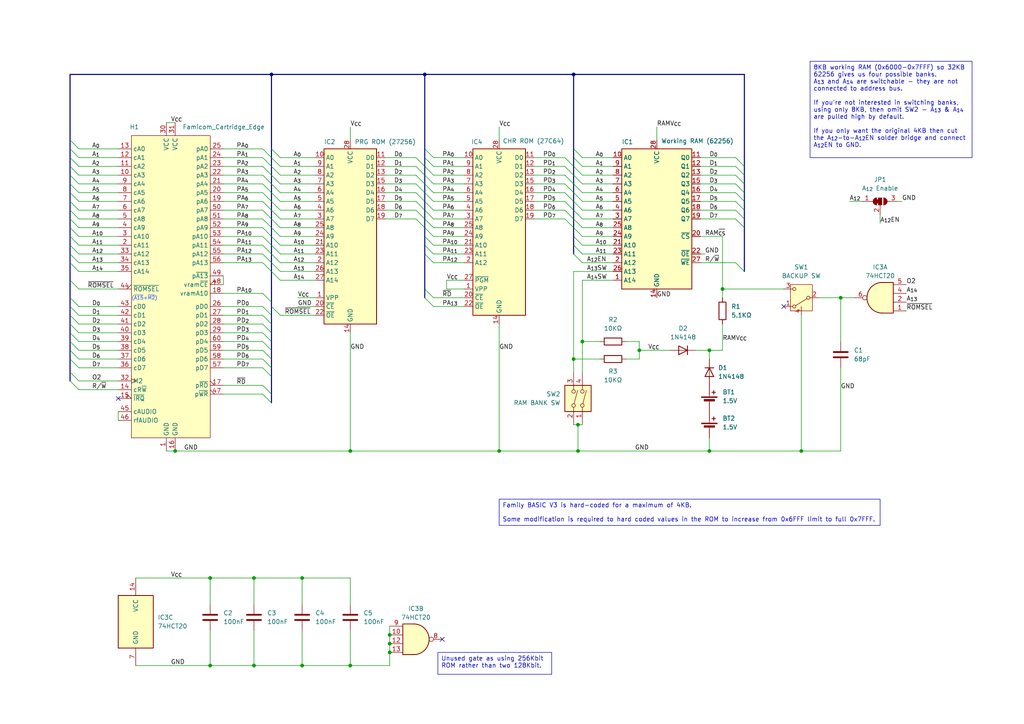
<source format=kicad_sch>
(kicad_sch (version 20250114) (generator "eeschema") (generator_version "9.0")
  (paper "A4")
  (title_block (title "Nintendo Famicom Family BASIC 8KB") (date "27/DEC/2025") (rev "A") (company "Brett Hallen"))
  (lib_symbols
    (symbol "74xx:74LS20" (pin_names (offset 1.016))
      (property "Reference" "U" (at 0 1.27 0))
      (property "Value" "74LS20" (at 0 -1.27 0))
      (symbol "74LS20_1_1"
        (pin input line (at -7.62 3.81 0) (length 3.81) (name "~") (number "1"))
        (pin input line (at -7.62 1.27 0) (length 3.81) (name "~") (number "2"))
        (pin input line (at -7.62 -1.27 0) (length 3.81) (name "~") (number "4"))
        (pin input line (at -7.62 -3.81 0) (length 3.81) (name "~") (number "5"))
        (pin output inverted (at 7.62 0 180) (length 3.81) (name "~") (number "6"))
      )
      (symbol "74LS20_1_2"
        (pin input inverted (at -7.62 3.81 0) (length 3.81) (name "~") (number "1"))
        (pin input inverted (at -7.62 1.27 0) (length 4.826) (name "~") (number "2"))
        (pin input inverted (at -7.62 -1.27 0) (length 4.826) (name "~") (number "4"))
        (pin input inverted (at -7.62 -3.81 0) (length 3.81) (name "~") (number "5"))
        (pin output line (at 7.62 0 180) (length 3.81) (name "~") (number "6"))
      )
      (symbol "74LS20_2_1"
        (pin input line (at -7.62 3.81 0) (length 3.81) (name "~") (number "9"))
        (pin input line (at -7.62 1.27 0) (length 3.81) (name "~") (number "10"))
        (pin input line (at -7.62 -1.27 0) (length 3.81) (name "~") (number "12"))
        (pin input line (at -7.62 -3.81 0) (length 3.81) (name "~") (number "13"))
        (pin output inverted (at 7.62 0 180) (length 3.81) (name "~") (number "8"))
      )
      (symbol "74LS20_2_2"
        (pin input inverted (at -7.62 3.81 0) (length 3.81) (name "~") (number "9"))
        (pin input inverted (at -7.62 1.27 0) (length 4.826) (name "~") (number "10"))
        (pin input inverted (at -7.62 -1.27 0) (length 4.826) (name "~") (number "12"))
        (pin input inverted (at -7.62 -3.81 0) (length 3.81) (name "~") (number "13"))
        (pin output line (at 7.62 0 180) (length 3.81) (name "~") (number "8"))
      )
      (symbol "74LS20_3_0"
        (pin power_in line (at 0 12.7 270) (length 5.08) (name "VCC") (number "14"))
        (pin power_in line (at 0 -12.7 90) (length 5.08) (name "GND") (number "7"))
      )
    )
    (symbol "Clueless_Engineer:Famicom_Cartridge_Edge"
      (property "Reference" "H1" (at 19.9233 96.52 0))
      (property "Value" "Famicom_Cartridge_Edge" (at 19.9233 93.98 0))
      (symbol "Famicom_Cartridge_Edge_1_1"
        (text "(~{A15}+~{M2})" (at 8.89 44.45 0) (effects (font (size 1 1))))
        (pin output line (at 1.27 87.63 0) (length 3.81) (name "cA0") (number "13"))
        (pin output line (at 1.27 85.09 0) (length 3.81) (name "cA1") (number "12"))
        (pin output line (at 1.27 82.55 0) (length 3.81) (name "cA2") (number "11"))
        (pin output line (at 1.27 80.01 0) (length 3.81) (name "cA3") (number "10"))
        (pin output line (at 1.27 77.47 0) (length 3.81) (name "cA4") (number "9"))
        (pin output line (at 1.27 74.93 0) (length 3.81) (name "cA5") (number "8"))
        (pin output line (at 1.27 72.39 0) (length 3.81) (name "cA6") (number "7"))
        (pin output line (at 1.27 69.85 0) (length 3.81) (name "cA7") (number "6"))
        (pin output line (at 1.27 67.31 0) (length 3.81) (name "cA8") (number "5"))
        (pin output line (at 1.27 64.77 0) (length 3.81) (name "cA9") (number "4"))
        (pin output line (at 1.27 62.23 0) (length 3.81) (name "cA10") (number "3"))
        (pin output line (at 1.27 59.69 0) (length 3.81) (name "cA11") (number "2"))
        (pin output line (at 1.27 57.15 0) (length 3.81) (name "cA12") (number "33"))
        (pin output line (at 1.27 54.61 0) (length 3.81) (name "cA13") (number "34"))
        (pin output line (at 1.27 52.07 0) (length 3.81) (name "cA14") (number "35"))
        (pin output output_low (at 1.27 46.99 0) (length 3.81) (name "~{ROMSEL}") (number "44"))
        (pin bidirectional line (at 1.27 41.91 0) (length 3.81) (name "cD0") (number "43"))
        (pin bidirectional line (at 1.27 39.37 0) (length 3.81) (name "cD1") (number "42"))
        (pin bidirectional line (at 1.27 36.83 0) (length 3.81) (name "cD2") (number "41"))
        (pin bidirectional line (at 1.27 34.29 0) (length 3.81) (name "cD3") (number "40"))
        (pin bidirectional line (at 1.27 31.75 0) (length 3.81) (name "cD4") (number "39"))
        (pin bidirectional line (at 1.27 29.21 0) (length 3.81) (name "cD5") (number "38"))
        (pin bidirectional line (at 1.27 26.67 0) (length 3.81) (name "cD6") (number "37"))
        (pin bidirectional line (at 1.27 24.13 0) (length 3.81) (name "cD7") (number "36"))
        (pin output clock (at 1.27 20.32 0) (length 3.81) (name "M2") (number "32"))
        (pin output line (at 1.27 17.78 0) (length 3.81) (name "cR~{W}") (number "14"))
        (pin input input_low (at 1.27 15.24 0) (length 3.81) (name "~{IRQ}") (number "15"))
        (pin output line (at 1.27 11.43 0) (length 3.81) (name "cAUDIO") (number "45"))
        (pin input line (at 1.27 8.89 0) (length 3.81) (name "rfAUDIO") (number "46"))
        (pin power_out line (at 15.24 95.25 270) (length 3.81) (name "VCC") (number "30"))
        (pin power_out line (at 15.24 0 90) (length 3.81) (name "GND") (number "1"))
        (pin passive line (at 17.78 95.25 270) (length 3.81) (name "VCC") (number "31"))
        (pin passive line (at 17.78 0 90) (length 3.81) (name "GND") (number "16"))
        (pin output line (at 31.75 87.63 180) (length 3.81) (name "pA0") (number "25"))
        (pin output line (at 31.75 85.09 180) (length 3.81) (name "pA1") (number "24"))
        (pin output line (at 31.75 82.55 180) (length 3.81) (name "pA2") (number "23"))
        (pin output line (at 31.75 80.01 180) (length 3.81) (name "pA3") (number "22"))
        (pin output line (at 31.75 77.47 180) (length 3.81) (name "pA4") (number "21"))
        (pin output line (at 31.75 74.93 180) (length 3.81) (name "pA5") (number "20"))
        (pin output line (at 31.75 72.39 180) (length 3.81) (name "pA6") (number "19"))
        (pin output line (at 31.75 69.85 180) (length 3.81) (name "pA7") (number "50"))
        (pin output line (at 31.75 67.31 180) (length 3.81) (name "pA8") (number "51"))
        (pin output line (at 31.75 64.77 180) (length 3.81) (name "pA9") (number "52"))
        (pin output line (at 31.75 62.23 180) (length 3.81) (name "pA10") (number "53"))
        (pin output line (at 31.75 59.69 180) (length 3.81) (name "pA11") (number "54"))
        (pin output line (at 31.75 57.15 180) (length 3.81) (name "pA12") (number "55"))
        (pin output line (at 31.75 54.61 180) (length 3.81) (name "pA13") (number "56"))
        (pin output line (at 31.75 50.8 180) (length 3.81) (name "p~{A13}") (number "49"))
        (pin input input_low (at 31.75 48.26 180) (length 3.81) (name "vram~{CE}") (number "48"))
        (pin input line (at 31.75 45.72 180) (length 3.81) (name "vramA10") (number "18"))
        (pin bidirectional line (at 31.75 41.91 180) (length 3.81) (name "pD0") (number "26"))
        (pin bidirectional line (at 31.75 39.37 180) (length 3.81) (name "pD1") (number "27"))
        (pin bidirectional line (at 31.75 36.83 180) (length 3.81) (name "pD2") (number "28"))
        (pin bidirectional line (at 31.75 34.29 180) (length 3.81) (name "pD3") (number "29"))
        (pin bidirectional line (at 31.75 31.75 180) (length 3.81) (name "pD4") (number "60"))
        (pin bidirectional line (at 31.75 29.21 180) (length 3.81) (name "pD5") (number "59"))
        (pin bidirectional line (at 31.75 26.67 180) (length 3.81) (name "pD6") (number "58"))
        (pin bidirectional line (at 31.75 24.13 180) (length 3.81) (name "pD7") (number "57"))
        (pin output output_low (at 31.75 19.05 180) (length 3.81) (name "p~{RD}") (number "17"))
        (pin output output_low (at 31.75 16.51 180) (length 3.81) (name "p~{WR}") (number "47"))
      )
    )
    (symbol "Device:Battery_Cell" (pin_numbers (hide yes)) (pin_names (offset 0) (hide yes))
      (property "Reference" "BT" (at 2.54 2.54 0))
      (property "Value" "Battery_Cell" (at 2.54 0 0))
      (symbol "Battery_Cell_1_1"
        (pin passive line (at 0 5.08 270) (length 2.54) (name "+") (number "1"))
        (pin passive line (at 0 -2.54 90) (length 2.54) (name "-") (number "2"))
      )
    )
    (symbol "Device:C" (pin_numbers (hide yes)) (pin_names (offset 0.254))
      (property "Reference" "C" (at 0.635 2.54 0))
      (property "Value" "C" (at 0.635 -2.54 0))
      (symbol "C_1_1"
        (pin passive line (at 0 3.81 270) (length 2.794) (name "~") (number "1"))
        (pin passive line (at 0 -3.81 90) (length 2.794) (name "~") (number "2"))
      )
    )
    (symbol "Device:D" (pin_numbers (hide yes)) (pin_names (offset 1.016) (hide yes))
      (property "Reference" "D" (at 0 2.54 0))
      (property "Value" "D" (at 0 -2.54 0))
      (symbol "D_1_1"
        (pin passive line (at -3.81 0 0) (length 2.54) (name "K") (number "1"))
        (pin passive line (at 3.81 0 180) (length 2.54) (name "A") (number "2"))
      )
    )
    (symbol "Device:R" (pin_numbers (hide yes)) (pin_names (offset 0))
      (property "Reference" "R" (at 2.032 0 90))
      (property "Value" "R" (at 0 0 90))
      (symbol "R_1_1"
        (pin passive line (at 0 3.81 270) (length 1.27) (name "~") (number "1"))
        (pin passive line (at 0 -3.81 90) (length 1.27) (name "~") (number "2"))
      )
    )
    (symbol "Jumper:SolderJumper_3_Bridged12" (pin_names (offset 0) (hide yes)) (in_bom no)
      (property "Reference" "JP" (at -2.54 -2.54 0))
      (property "Value" "SolderJumper_3_Bridged12" (at 0 2.794 0))
      (symbol "SolderJumper_3_Bridged12_1_1"
        (pin passive line (at -5.08 0 0) (length 2.54) (name "A") (number "1"))
        (pin passive line (at 0 -3.81 90) (length 2.54) (name "C") (number "2"))
        (pin passive line (at 5.08 0 180) (length 2.54) (name "B") (number "3"))
      )
    )
    (symbol "Memory_EPROM:27C256"
      (property "Reference" "U" (at -7.62 26.67 0))
      (property "Value" "27C256" (at 2.54 -26.67 0))
      (symbol "27C256_1_1"
        (pin input line (at -10.16 22.86 0) (length 2.54) (name "A0") (number "10"))
        (pin input line (at -10.16 20.32 0) (length 2.54) (name "A1") (number "9"))
        (pin input line (at -10.16 17.78 0) (length 2.54) (name "A2") (number "8"))
        (pin input line (at -10.16 15.24 0) (length 2.54) (name "A3") (number "7"))
        (pin input line (at -10.16 12.7 0) (length 2.54) (name "A4") (number "6"))
        (pin input line (at -10.16 10.16 0) (length 2.54) (name "A5") (number "5"))
        (pin input line (at -10.16 7.62 0) (length 2.54) (name "A6") (number "4"))
        (pin input line (at -10.16 5.08 0) (length 2.54) (name "A7") (number "3"))
        (pin input line (at -10.16 2.54 0) (length 2.54) (name "A8") (number "25"))
        (pin input line (at -10.16 0 0) (length 2.54) (name "A9") (number "24"))
        (pin input line (at -10.16 -2.54 0) (length 2.54) (name "A10") (number "21"))
        (pin input line (at -10.16 -5.08 0) (length 2.54) (name "A11") (number "23"))
        (pin input line (at -10.16 -7.62 0) (length 2.54) (name "A12") (number "2"))
        (pin input line (at -10.16 -10.16 0) (length 2.54) (name "A13") (number "26"))
        (pin input line (at -10.16 -12.7 0) (length 2.54) (name "A14") (number "27"))
        (pin input line (at -10.16 -17.78 0) (length 2.54) (name "VPP") (number "1"))
        (pin input line (at -10.16 -20.32 0) (length 2.54) (name "~{CE}") (number "20"))
        (pin input line (at -10.16 -22.86 0) (length 2.54) (name "~{OE}") (number "22"))
        (pin power_in line (at 0 27.94 270) (length 2.54) (name "VCC") (number "28"))
        (pin power_in line (at 0 -27.94 90) (length 2.54) (name "GND") (number "14"))
        (pin tri_state line (at 10.16 22.86 180) (length 2.54) (name "D0") (number "11"))
        (pin tri_state line (at 10.16 20.32 180) (length 2.54) (name "D1") (number "12"))
        (pin tri_state line (at 10.16 17.78 180) (length 2.54) (name "D2") (number "13"))
        (pin tri_state line (at 10.16 15.24 180) (length 2.54) (name "D3") (number "15"))
        (pin tri_state line (at 10.16 12.7 180) (length 2.54) (name "D4") (number "16"))
        (pin tri_state line (at 10.16 10.16 180) (length 2.54) (name "D5") (number "17"))
        (pin tri_state line (at 10.16 7.62 180) (length 2.54) (name "D6") (number "18"))
        (pin tri_state line (at 10.16 5.08 180) (length 2.54) (name "D7") (number "19"))
      )
    )
    (symbol "Memory_EPROM:27C64"
      (property "Reference" "U" (at -7.62 24.13 0))
      (property "Value" "27C64" (at 2.54 -26.67 0))
      (symbol "27C64_1_1"
        (pin input line (at -10.16 20.32 0) (length 2.54) (name "A0") (number "10"))
        (pin input line (at -10.16 17.78 0) (length 2.54) (name "A1") (number "9"))
        (pin input line (at -10.16 15.24 0) (length 2.54) (name "A2") (number "8"))
        (pin input line (at -10.16 12.7 0) (length 2.54) (name "A3") (number "7"))
        (pin input line (at -10.16 10.16 0) (length 2.54) (name "A4") (number "6"))
        (pin input line (at -10.16 7.62 0) (length 2.54) (name "A5") (number "5"))
        (pin input line (at -10.16 5.08 0) (length 2.54) (name "A6") (number "4"))
        (pin input line (at -10.16 2.54 0) (length 2.54) (name "A7") (number "3"))
        (pin input line (at -10.16 0 0) (length 2.54) (name "A8") (number "25"))
        (pin input line (at -10.16 -2.54 0) (length 2.54) (name "A9") (number "24"))
        (pin input line (at -10.16 -5.08 0) (length 2.54) (name "A10") (number "21"))
        (pin input line (at -10.16 -7.62 0) (length 2.54) (name "A11") (number "23"))
        (pin input line (at -10.16 -10.16 0) (length 2.54) (name "A12") (number "2"))
        (pin input line (at -10.16 -15.24 0) (length 2.54) (name "~{PGM}") (number "27"))
        (pin input line (at -10.16 -17.78 0) (length 2.54) (name "VPP") (number "1"))
        (pin input line (at -10.16 -20.32 0) (length 2.54) (name "~{CE}") (number "20"))
        (pin input line (at -10.16 -22.86 0) (length 2.54) (name "~{OE}") (number "22"))
        (pin power_in line (at 0 25.4 270) (length 2.54) (name "VCC") (number "28"))
        (pin power_in line (at 0 -27.94 90) (length 2.54) (name "GND") (number "14"))
        (pin no_connect line (at 7.62 0 180) (length 2.54) (hide yes) (name "NC") (number "26"))
        (pin tri_state line (at 10.16 20.32 180) (length 2.54) (name "D0") (number "11"))
        (pin tri_state line (at 10.16 17.78 180) (length 2.54) (name "D1") (number "12"))
        (pin tri_state line (at 10.16 15.24 180) (length 2.54) (name "D2") (number "13"))
        (pin tri_state line (at 10.16 12.7 180) (length 2.54) (name "D3") (number "15"))
        (pin tri_state line (at 10.16 10.16 180) (length 2.54) (name "D4") (number "16"))
        (pin tri_state line (at 10.16 7.62 180) (length 2.54) (name "D5") (number "17"))
        (pin tri_state line (at 10.16 5.08 180) (length 2.54) (name "D6") (number "18"))
        (pin tri_state line (at 10.16 2.54 180) (length 2.54) (name "D7") (number "19"))
      )
    )
    (symbol "Memory_RAM:HM62256BLP"
      (property "Reference" "U" (at -10.16 20.955 0))
      (property "Value" "HM62256BLP" (at 2.54 20.955 0))
      (symbol "HM62256BLP_0_0"
        (pin power_in line (at 0 22.86 270) (length 2.54) (name "VCC") (number "28"))
        (pin power_in line (at 0 -22.86 90) (length 2.54) (name "GND") (number "14"))
      )
      (symbol "HM62256BLP_1_1"
        (pin input line (at -12.7 17.78 0) (length 2.54) (name "A0") (number "10"))
        (pin input line (at -12.7 15.24 0) (length 2.54) (name "A1") (number "9"))
        (pin input line (at -12.7 12.7 0) (length 2.54) (name "A2") (number "8"))
        (pin input line (at -12.7 10.16 0) (length 2.54) (name "A3") (number "7"))
        (pin input line (at -12.7 7.62 0) (length 2.54) (name "A4") (number "6"))
        (pin input line (at -12.7 5.08 0) (length 2.54) (name "A5") (number "5"))
        (pin input line (at -12.7 2.54 0) (length 2.54) (name "A6") (number "4"))
        (pin input line (at -12.7 0 0) (length 2.54) (name "A7") (number "3"))
        (pin input line (at -12.7 -2.54 0) (length 2.54) (name "A8") (number "25"))
        (pin input line (at -12.7 -5.08 0) (length 2.54) (name "A9") (number "24"))
        (pin input line (at -12.7 -7.62 0) (length 2.54) (name "A10") (number "21"))
        (pin input line (at -12.7 -10.16 0) (length 2.54) (name "A11") (number "23"))
        (pin input line (at -12.7 -12.7 0) (length 2.54) (name "A12") (number "2"))
        (pin input line (at -12.7 -15.24 0) (length 2.54) (name "A13") (number "26"))
        (pin input line (at -12.7 -17.78 0) (length 2.54) (name "A14") (number "1"))
        (pin tri_state line (at 12.7 17.78 180) (length 2.54) (name "Q0") (number "11"))
        (pin tri_state line (at 12.7 15.24 180) (length 2.54) (name "Q1") (number "12"))
        (pin tri_state line (at 12.7 12.7 180) (length 2.54) (name "Q2") (number "13"))
        (pin tri_state line (at 12.7 10.16 180) (length 2.54) (name "Q3") (number "15"))
        (pin tri_state line (at 12.7 7.62 180) (length 2.54) (name "Q4") (number "16"))
        (pin tri_state line (at 12.7 5.08 180) (length 2.54) (name "Q5") (number "17"))
        (pin tri_state line (at 12.7 2.54 180) (length 2.54) (name "Q6") (number "18"))
        (pin tri_state line (at 12.7 0 180) (length 2.54) (name "Q7") (number "19"))
        (pin input line (at 12.7 -5.08 180) (length 2.54) (name "~{CS}") (number "20"))
        (pin input line (at 12.7 -10.16 180) (length 2.54) (name "~{OE}") (number "22"))
        (pin input line (at 12.7 -12.7 180) (length 2.54) (name "~{WE}") (number "27"))
      )
    )
    (symbol "Switch:SW_DIP_x02" (pin_names (offset 0) (hide yes))
      (property "Reference" "SW" (at 0 6.35 0))
      (property "Value" "SW_DIP_x02" (at 0 -3.81 0))
      (symbol "SW_DIP_x02_1_1"
        (pin passive line (at -7.62 2.54 0) (length 5.08) (name "~") (number "1"))
        (pin passive line (at -7.62 0 0) (length 5.08) (name "~") (number "2"))
        (pin passive line (at 7.62 2.54 180) (length 5.08) (name "~") (number "4"))
        (pin passive line (at 7.62 0 180) (length 5.08) (name "~") (number "3"))
      )
    )
    (symbol "Switch:SW_SPDT" (pin_names (offset 0) (hide yes))
      (property "Reference" "SW1" (at 0 -8.89 0))
      (property "Value" "BACKUP SW" (at 0 -6.35 0))
      (symbol "SW_SPDT_1_1"
        (pin passive line (at -5.08 0 0) (length 2.54) (name "B") (number "2"))
        (pin input line (at 0 5.08 270) (length 2.54) (name "GND") (number "4"))
        (pin passive line (at 5.08 2.54 180) (length 2.54) (name "A") (number "1"))
        (pin passive line (at 5.08 -2.54 180) (length 2.54) (name "C") (number "3"))
      )
    )
  )
  (text_box "Unused gate as using 256Kbit ROM rather than two 128Kbit." (at 127 189.23 0) (size 33.02 6.35) (margins 0.9525 0.9525 0.9525 0.9525) (effects (font (size 1.27 1.27)) (justify left top)))
  (text_box "8KB working RAM (0x6000-0x7FFF) so 32KB 62256 gives us four possible banks.\nA_{13} and A_{14} are switchable - they are not connected to address bus.\n\nIf you're not interested in switching banks, using only 8KB, then omit SW2 - A_{13} & A_{14} are pulled high by default.\n\nIf you only want the original 4KB then cut the A_{12}-to-A_{12}EN solder bridge and connect A_{12}EN to GND." (at 234.95 17.78 0) (size 46.99 27.94) (margins 0.9525 0.9525 0.9525 0.9525) (effects (font (size 1.27 1.27)) (justify left top)))
  (text_box "Family BASIC V3 is hard-coded for a maximum of 4KB.\n\nSome modification is required to hard coded values in the ROM to increase from 0x6FFF limit to full 0x7FFF." (at 144.78 144.78 0) (size 110.49 7.62) (margins 0.9525 0.9525 0.9525 0.9525) (effects (font (size 1.27 1.27)) (justify left top)))
  (junction (at 60.96 193.04))
  (junction (at 78.74 21.59))
  (junction (at 50.8 130.81))
  (junction (at 113.03 189.23))
  (junction (at 243.84 86.36))
  (junction (at 166.37 104.14))
  (junction (at 205.74 101.6))
  (junction (at 73.66 167.64))
  (junction (at 101.6 193.04))
  (junction (at 87.63 193.04))
  (junction (at 232.41 130.81))
  (junction (at 73.66 193.04))
  (junction (at 113.03 186.69))
  (junction (at 167.64 130.81))
  (junction (at 166.37 21.59))
  (junction (at 168.91 99.06))
  (junction (at 205.74 130.81))
  (junction (at 101.6 130.81))
  (junction (at 185.42 101.6))
  (junction (at 209.55 83.82))
  (junction (at 123.19 21.59))
  (junction (at 144.78 130.81))
  (junction (at 87.63 167.64))
  (junction (at 113.03 184.15))
  (junction (at 167.64 123.19))
  (junction (at 60.96 167.64))
  (no_connect (at 128.27 185.42))
  (no_connect (at 227.33 88.9))
  (no_connect (at 34.29 115.57))
  (bus_entry (at 78.74 53.34) (size 2.54 2.54))
  (bus_entry (at 20.32 96.52) (size 2.54 2.54))
  (bus_entry (at 123.19 58.42) (size 2.54 2.54))
  (bus_entry (at 76.2 101.6) (size 2.54 2.54))
  (bus_entry (at 120.65 55.88) (size 2.54 2.54))
  (bus_entry (at 20.32 73.66) (size 2.54 2.54))
  (bus_entry (at 20.32 81.28) (size 2.54 2.54))
  (bus_entry (at 78.74 60.96) (size 2.54 2.54))
  (bus_entry (at 213.36 76.2) (size 2.54 2.54))
  (bus_entry (at 76.2 66.04) (size 2.54 2.54))
  (bus_entry (at 76.2 63.5) (size 2.54 2.54))
  (bus_entry (at 163.83 53.34) (size 2.54 2.54))
  (bus_entry (at 76.2 60.96) (size 2.54 2.54))
  (bus_entry (at 20.32 48.26) (size 2.54 2.54))
  (bus_entry (at 78.74 78.74) (size 2.54 2.54))
  (bus_entry (at 20.32 53.34) (size 2.54 2.54))
  (bus_entry (at 166.37 48.26) (size 2.54 2.54))
  (bus_entry (at 213.36 45.72) (size 2.54 2.54))
  (bus_entry (at 78.74 66.04) (size 2.54 2.54))
  (bus_entry (at 123.19 45.72) (size 2.54 2.54))
  (bus_entry (at 213.36 50.8) (size 2.54 2.54))
  (bus_entry (at 166.37 50.8) (size 2.54 2.54))
  (bus_entry (at 20.32 76.2) (size 2.54 2.54))
  (bus_entry (at 76.2 71.12) (size 2.54 2.54))
  (bus_entry (at 120.65 63.5) (size 2.54 2.54))
  (bus_entry (at 78.74 45.72) (size 2.54 2.54))
  (bus_entry (at 20.32 58.42) (size 2.54 2.54))
  (bus_entry (at 123.19 73.66) (size 2.54 2.54))
  (bus_entry (at 120.65 58.42) (size 2.54 2.54))
  (bus_entry (at 166.37 60.96) (size 2.54 2.54))
  (bus_entry (at 163.83 55.88) (size 2.54 2.54))
  (bus_entry (at 78.74 71.12) (size 2.54 2.54))
  (bus_entry (at 120.65 45.72) (size 2.54 2.54))
  (bus_entry (at 120.65 60.96) (size 2.54 2.54))
  (bus_entry (at 20.32 99.06) (size 2.54 2.54))
  (bus_entry (at 76.2 99.06) (size 2.54 2.54))
  (bus_entry (at 76.2 73.66) (size 2.54 2.54))
  (bus_entry (at 123.19 48.26) (size 2.54 2.54))
  (bus_entry (at 123.19 53.34) (size 2.54 2.54))
  (bus_entry (at 213.36 60.96) (size 2.54 2.54))
  (bus_entry (at 76.2 50.8) (size 2.54 2.54))
  (bus_entry (at 120.65 53.34) (size 2.54 2.54))
  (bus_entry (at 213.36 55.88) (size 2.54 2.54))
  (bus_entry (at 20.32 63.5) (size 2.54 2.54))
  (bus_entry (at 76.2 106.68) (size 2.54 2.54))
  (bus_entry (at 166.37 71.12) (size 2.54 2.54))
  (bus_entry (at 20.32 71.12) (size 2.54 2.54))
  (bus_entry (at 123.19 66.04) (size 2.54 2.54))
  (bus_entry (at 120.65 48.26) (size 2.54 2.54))
  (bus_entry (at 76.2 53.34) (size 2.54 2.54))
  (bus_entry (at 123.19 50.8) (size 2.54 2.54))
  (bus_entry (at 20.32 60.96) (size 2.54 2.54))
  (bus_entry (at 123.19 86.36) (size 2.54 2.54))
  (bus_entry (at 76.2 114.3) (size 2.54 2.54))
  (bus_entry (at 20.32 40.64) (size 2.54 2.54))
  (bus_entry (at 166.37 73.66) (size 2.54 2.54))
  (bus_entry (at 78.74 63.5) (size 2.54 2.54))
  (bus_entry (at 166.37 45.72) (size 2.54 2.54))
  (bus_entry (at 213.36 48.26) (size 2.54 2.54))
  (bus_entry (at 166.37 66.04) (size 2.54 2.54))
  (bus_entry (at 166.37 68.58) (size 2.54 2.54))
  (bus_entry (at 123.19 63.5) (size 2.54 2.54))
  (bus_entry (at 166.37 53.34) (size 2.54 2.54))
  (bus_entry (at 76.2 76.2) (size 2.54 2.54))
  (bus_entry (at 163.83 58.42) (size 2.54 2.54))
  (bus_entry (at 76.2 85.09) (size 2.54 2.54))
  (bus_entry (at 78.74 43.18) (size 2.54 2.54))
  (bus_entry (at 213.36 53.34) (size 2.54 2.54))
  (bus_entry (at 20.32 104.14) (size 2.54 2.54))
  (bus_entry (at 78.74 76.2) (size 2.54 2.54))
  (bus_entry (at 76.2 68.58) (size 2.54 2.54))
  (bus_entry (at 20.32 110.49) (size 2.54 2.54))
  (bus_entry (at 78.74 88.9) (size 2.54 2.54))
  (bus_entry (at 20.32 66.04) (size 2.54 2.54))
  (bus_entry (at 20.32 107.95) (size 2.54 2.54))
  (bus_entry (at 78.74 55.88) (size 2.54 2.54))
  (bus_entry (at 120.65 50.8) (size 2.54 2.54))
  (bus_entry (at 123.19 60.96) (size 2.54 2.54))
  (bus_entry (at 166.37 58.42) (size 2.54 2.54))
  (bus_entry (at 76.2 55.88) (size 2.54 2.54))
  (bus_entry (at 20.32 50.8) (size 2.54 2.54))
  (bus_entry (at 78.74 58.42) (size 2.54 2.54))
  (bus_entry (at 20.32 88.9) (size 2.54 2.54))
  (bus_entry (at 78.74 50.8) (size 2.54 2.54))
  (bus_entry (at 163.83 63.5) (size 2.54 2.54))
  (bus_entry (at 76.2 43.18) (size 2.54 2.54))
  (bus_entry (at 20.32 68.58) (size 2.54 2.54))
  (bus_entry (at 78.74 73.66) (size 2.54 2.54))
  (bus_entry (at 76.2 96.52) (size 2.54 2.54))
  (bus_entry (at 166.37 63.5) (size 2.54 2.54))
  (bus_entry (at 78.74 68.58) (size 2.54 2.54))
  (bus_entry (at 76.2 91.44) (size 2.54 2.54))
  (bus_entry (at 20.32 91.44) (size 2.54 2.54))
  (bus_entry (at 163.83 45.72) (size 2.54 2.54))
  (bus_entry (at 20.32 55.88) (size 2.54 2.54))
  (bus_entry (at 20.32 86.36) (size 2.54 2.54))
  (bus_entry (at 163.83 60.96) (size 2.54 2.54))
  (bus_entry (at 166.37 55.88) (size 2.54 2.54))
  (bus_entry (at 123.19 43.18) (size 2.54 2.54))
  (bus_entry (at 76.2 88.9) (size 2.54 2.54))
  (bus_entry (at 163.83 50.8) (size 2.54 2.54))
  (bus_entry (at 20.32 45.72) (size 2.54 2.54))
  (bus_entry (at 76.2 93.98) (size 2.54 2.54))
  (bus_entry (at 123.19 71.12) (size 2.54 2.54))
  (bus_entry (at 166.37 43.18) (size 2.54 2.54))
  (bus_entry (at 76.2 45.72) (size 2.54 2.54))
  (bus_entry (at 78.74 48.26) (size 2.54 2.54))
  (bus_entry (at 213.36 58.42) (size 2.54 2.54))
  (bus_entry (at 123.19 68.58) (size 2.54 2.54))
  (bus_entry (at 76.2 48.26) (size 2.54 2.54))
  (bus_entry (at 20.32 43.18) (size 2.54 2.54))
  (bus_entry (at 76.2 111.76) (size 2.54 2.54))
  (bus_entry (at 76.2 104.14) (size 2.54 2.54))
  (bus_entry (at 20.32 101.6) (size 2.54 2.54))
  (bus_entry (at 20.32 93.98) (size 2.54 2.54))
  (bus_entry (at 76.2 58.42) (size 2.54 2.54))
  (bus_entry (at 213.36 63.5) (size 2.54 2.54))
  (bus_entry (at 123.19 55.88) (size 2.54 2.54))
  (bus_entry (at 123.19 83.82) (size 2.54 2.54))
  (bus_entry (at 163.83 48.26) (size 2.54 2.54))
  (wire (pts (xy 154.94 50.8) (xy 163.83 50.8)))
  (wire (pts (xy 154.94 60.96) (xy 163.83 60.96)))
  (wire (pts (xy 22.86 53.34) (xy 34.29 53.34)))
  (bus (pts (xy 123.19 21.59) (xy 123.19 43.18)))
  (wire (pts (xy 185.42 99.06) (xy 185.42 101.6)))
  (bus (pts (xy 20.32 88.9) (xy 20.32 91.44)))
  (wire (pts (xy 205.74 101.6) (xy 209.55 101.6)))
  (wire (pts (xy 125.73 68.58) (xy 134.62 68.58)))
  (wire (pts (xy 260.35 58.42) (xy 261.62 58.42)))
  (wire (pts (xy 22.86 58.42) (xy 34.29 58.42)))
  (bus (pts (xy 166.37 71.12) (xy 166.37 68.58)))
  (wire (pts (xy 203.2 60.96) (xy 213.36 60.96)))
  (wire (pts (xy 22.86 45.72) (xy 34.29 45.72)))
  (wire (pts (xy 168.91 48.26) (xy 177.8 48.26)))
  (bus (pts (xy 123.19 68.58) (xy 123.19 71.12)))
  (bus (pts (xy 20.32 53.34) (xy 20.32 55.88)))
  (wire (pts (xy 64.77 114.3) (xy 76.2 114.3)))
  (bus (pts (xy 20.32 48.26) (xy 20.32 50.8)))
  (wire (pts (xy 64.77 68.58) (xy 76.2 68.58)))
  (wire (pts (xy 73.66 167.64) (xy 87.63 167.64)))
  (bus (pts (xy 78.74 63.5) (xy 78.74 66.04)))
  (wire (pts (xy 129.54 81.28) (xy 129.54 83.82)))
  (bus (pts (xy 78.74 76.2) (xy 78.74 78.74)))
  (wire (pts (xy 201.93 101.6) (xy 205.74 101.6)))
  (bus (pts (xy 78.74 43.18) (xy 78.74 45.72)))
  (bus (pts (xy 78.74 99.06) (xy 78.74 101.6)))
  (bus (pts (xy 215.9 21.59) (xy 215.9 48.26)))
  (bus (pts (xy 215.9 48.26) (xy 215.9 50.8)))
  (bus (pts (xy 123.19 50.8) (xy 123.19 53.34)))
  (bus (pts (xy 20.32 107.95) (xy 20.32 110.49)))
  (wire (pts (xy 168.91 68.58) (xy 177.8 68.58)))
  (bus (pts (xy 166.37 63.5) (xy 166.37 60.96)))
  (bus (pts (xy 78.74 55.88) (xy 78.74 58.42)))
  (wire (pts (xy 64.77 99.06) (xy 76.2 99.06)))
  (bus (pts (xy 166.37 21.59) (xy 215.9 21.59)))
  (wire (pts (xy 101.6 130.81) (xy 144.78 130.81)))
  (wire (pts (xy 81.28 58.42) (xy 91.44 58.42)))
  (wire (pts (xy 81.28 68.58) (xy 91.44 68.58)))
  (wire (pts (xy 48.26 130.81) (xy 50.8 130.81)))
  (wire (pts (xy 125.73 53.34) (xy 134.62 53.34)))
  (bus (pts (xy 78.74 58.42) (xy 78.74 60.96)))
  (wire (pts (xy 81.28 76.2) (xy 91.44 76.2)))
  (wire (pts (xy 81.28 91.44) (xy 91.44 91.44)))
  (wire (pts (xy 87.63 167.64) (xy 101.6 167.64)))
  (wire (pts (xy 22.86 91.44) (xy 34.29 91.44)))
  (bus (pts (xy 166.37 53.34) (xy 166.37 50.8)))
  (bus (pts (xy 78.74 53.34) (xy 78.74 55.88)))
  (wire (pts (xy 166.37 104.14) (xy 173.99 104.14)))
  (bus (pts (xy 123.19 21.59) (xy 166.37 21.59)))
  (bus (pts (xy 20.32 81.28) (xy 20.32 86.36)))
  (bus (pts (xy 215.9 50.8) (xy 215.9 53.34)))
  (wire (pts (xy 113.03 186.69) (xy 113.03 189.23)))
  (wire (pts (xy 154.94 48.26) (xy 163.83 48.26)))
  (bus (pts (xy 20.32 63.5) (xy 20.32 66.04)))
  (wire (pts (xy 154.94 58.42) (xy 163.83 58.42)))
  (wire (pts (xy 203.2 76.2) (xy 213.36 76.2)))
  (wire (pts (xy 246.38 58.42) (xy 250.19 58.42)))
  (wire (pts (xy 39.37 167.64) (xy 60.96 167.64)))
  (wire (pts (xy 81.28 53.34) (xy 91.44 53.34)))
  (wire (pts (xy 64.77 91.44) (xy 76.2 91.44)))
  (wire (pts (xy 111.76 53.34) (xy 120.65 53.34)))
  (wire (pts (xy 22.86 96.52) (xy 34.29 96.52)))
  (bus (pts (xy 166.37 50.8) (xy 166.37 48.26)))
  (wire (pts (xy 22.86 66.04) (xy 34.29 66.04)))
  (wire (pts (xy 81.28 78.74) (xy 91.44 78.74)))
  (bus (pts (xy 78.74 101.6) (xy 78.74 104.14)))
  (bus (pts (xy 123.19 58.42) (xy 123.19 60.96)))
  (bus (pts (xy 78.74 93.98) (xy 78.74 96.52)))
  (bus (pts (xy 20.32 55.88) (xy 20.32 58.42)))
  (wire (pts (xy 125.73 50.8) (xy 134.62 50.8)))
  (wire (pts (xy 209.55 83.82) (xy 209.55 68.58)))
  (bus (pts (xy 123.19 73.66) (xy 123.19 83.82)))
  (wire (pts (xy 125.73 71.12) (xy 134.62 71.12)))
  (wire (pts (xy 243.84 86.36) (xy 247.65 86.36)))
  (wire (pts (xy 64.77 104.14) (xy 76.2 104.14)))
  (wire (pts (xy 167.64 130.81) (xy 205.74 130.81)))
  (wire (pts (xy 22.86 99.06) (xy 34.29 99.06)))
  (bus (pts (xy 78.74 21.59) (xy 123.19 21.59)))
  (wire (pts (xy 125.73 48.26) (xy 134.62 48.26)))
  (wire (pts (xy 86.36 88.9) (xy 91.44 88.9)))
  (bus (pts (xy 78.74 104.14) (xy 78.74 106.68)))
  (bus (pts (xy 20.32 68.58) (xy 20.32 71.12)))
  (wire (pts (xy 22.86 78.74) (xy 34.29 78.74)))
  (wire (pts (xy 22.86 83.82) (xy 34.29 83.82)))
  (wire (pts (xy 22.86 110.49) (xy 34.29 110.49)))
  (wire (pts (xy 87.63 193.04) (xy 101.6 193.04)))
  (bus (pts (xy 78.74 45.72) (xy 78.74 48.26)))
  (wire (pts (xy 168.91 71.12) (xy 177.8 71.12)))
  (bus (pts (xy 78.74 73.66) (xy 78.74 71.12)))
  (wire (pts (xy 209.55 83.82) (xy 227.33 83.82)))
  (wire (pts (xy 255.27 62.23) (xy 255.27 64.77)))
  (wire (pts (xy 209.55 83.82) (xy 209.55 86.36)))
  (wire (pts (xy 64.77 85.09) (xy 76.2 85.09)))
  (bus (pts (xy 78.74 66.04) (xy 78.74 68.58)))
  (bus (pts (xy 123.19 66.04) (xy 123.19 68.58)))
  (wire (pts (xy 167.64 123.19) (xy 168.91 123.19)))
  (bus (pts (xy 20.32 104.14) (xy 20.32 107.95)))
  (wire (pts (xy 190.5 36.83) (xy 190.5 40.64)))
  (wire (pts (xy 243.84 106.68) (xy 243.84 130.81)))
  (wire (pts (xy 64.77 80.01) (xy 64.77 82.55)))
  (bus (pts (xy 20.32 60.96) (xy 20.32 63.5)))
  (bus (pts (xy 166.37 43.18) (xy 166.37 21.59)))
  (bus (pts (xy 78.74 68.58) (xy 78.74 71.12)))
  (wire (pts (xy 144.78 93.98) (xy 144.78 130.81)))
  (wire (pts (xy 22.86 55.88) (xy 34.29 55.88)))
  (wire (pts (xy 22.86 113.03) (xy 34.29 113.03)))
  (wire (pts (xy 48.26 35.56) (xy 50.8 35.56)))
  (wire (pts (xy 203.2 68.58) (xy 209.55 68.58)))
  (wire (pts (xy 81.28 81.28) (xy 91.44 81.28)))
  (wire (pts (xy 64.77 45.72) (xy 76.2 45.72)))
  (bus (pts (xy 78.74 109.22) (xy 78.74 114.3)))
  (wire (pts (xy 22.86 76.2) (xy 34.29 76.2)))
  (wire (pts (xy 181.61 104.14) (xy 185.42 104.14)))
  (bus (pts (xy 215.9 53.34) (xy 215.9 55.88)))
  (bus (pts (xy 123.19 71.12) (xy 123.19 73.66)))
  (wire (pts (xy 64.77 101.6) (xy 76.2 101.6)))
  (wire (pts (xy 203.2 53.34) (xy 213.36 53.34)))
  (wire (pts (xy 113.03 184.15) (xy 113.03 186.69)))
  (wire (pts (xy 205.74 130.81) (xy 232.41 130.81)))
  (wire (pts (xy 60.96 167.64) (xy 60.96 175.26)))
  (bus (pts (xy 78.74 88.9) (xy 78.74 91.44)))
  (bus (pts (xy 20.32 66.04) (xy 20.32 68.58)))
  (wire (pts (xy 22.86 48.26) (xy 34.29 48.26)))
  (wire (pts (xy 203.2 45.72) (xy 213.36 45.72)))
  (wire (pts (xy 64.77 48.26) (xy 76.2 48.26)))
  (bus (pts (xy 166.37 73.66) (xy 166.37 71.12)))
  (bus (pts (xy 78.74 96.52) (xy 78.74 99.06)))
  (wire (pts (xy 60.96 182.88) (xy 60.96 193.04)))
  (wire (pts (xy 113.03 193.04) (xy 113.03 189.23)))
  (bus (pts (xy 20.32 45.72) (xy 20.32 48.26)))
  (bus (pts (xy 20.32 21.59) (xy 20.32 40.64)))
  (bus (pts (xy 20.32 73.66) (xy 20.32 76.2)))
  (wire (pts (xy 81.28 50.8) (xy 91.44 50.8)))
  (bus (pts (xy 78.74 78.74) (xy 78.74 87.63)))
  (wire (pts (xy 86.36 86.36) (xy 91.44 86.36)))
  (bus (pts (xy 78.74 21.59) (xy 78.74 43.18)))
  (wire (pts (xy 22.86 93.98) (xy 34.29 93.98)))
  (wire (pts (xy 125.73 73.66) (xy 134.62 73.66)))
  (wire (pts (xy 168.91 81.28) (xy 177.8 81.28)))
  (bus (pts (xy 123.19 63.5) (xy 123.19 66.04)))
  (bus (pts (xy 20.32 101.6) (xy 20.32 104.14)))
  (wire (pts (xy 125.73 63.5) (xy 134.62 63.5)))
  (wire (pts (xy 181.61 99.06) (xy 185.42 99.06)))
  (wire (pts (xy 111.76 63.5) (xy 120.65 63.5)))
  (wire (pts (xy 205.74 104.14) (xy 205.74 101.6)))
  (wire (pts (xy 101.6 193.04) (xy 113.03 193.04)))
  (bus (pts (xy 20.32 43.18) (xy 20.32 45.72)))
  (wire (pts (xy 22.86 104.14) (xy 34.29 104.14)))
  (wire (pts (xy 64.77 111.76) (xy 76.2 111.76)))
  (wire (pts (xy 203.2 58.42) (xy 213.36 58.42)))
  (bus (pts (xy 215.9 58.42) (xy 215.9 60.96)))
  (wire (pts (xy 166.37 78.74) (xy 177.8 78.74)))
  (wire (pts (xy 64.77 53.34) (xy 76.2 53.34)))
  (wire (pts (xy 22.86 101.6) (xy 34.29 101.6)))
  (wire (pts (xy 64.77 60.96) (xy 76.2 60.96)))
  (bus (pts (xy 123.19 60.96) (xy 123.19 63.5)))
  (wire (pts (xy 64.77 71.12) (xy 76.2 71.12)))
  (wire (pts (xy 81.28 73.66) (xy 91.44 73.66)))
  (wire (pts (xy 205.74 127) (xy 205.74 130.81)))
  (wire (pts (xy 144.78 130.81) (xy 167.64 130.81)))
  (wire (pts (xy 203.2 48.26) (xy 213.36 48.26)))
  (bus (pts (xy 20.32 96.52) (xy 20.32 99.06)))
  (wire (pts (xy 166.37 123.19) (xy 167.64 123.19)))
  (bus (pts (xy 123.19 83.82) (xy 123.19 86.36)))
  (wire (pts (xy 166.37 78.74) (xy 166.37 104.14)))
  (wire (pts (xy 81.28 66.04) (xy 91.44 66.04)))
  (bus (pts (xy 78.74 48.26) (xy 78.74 50.8)))
  (bus (pts (xy 78.74 106.68) (xy 78.74 109.22)))
  (wire (pts (xy 73.66 182.88) (xy 73.66 193.04)))
  (wire (pts (xy 173.99 99.06) (xy 168.91 99.06)))
  (wire (pts (xy 129.54 81.28) (xy 134.62 81.28)))
  (wire (pts (xy 111.76 48.26) (xy 120.65 48.26)))
  (wire (pts (xy 22.86 50.8) (xy 34.29 50.8)))
  (wire (pts (xy 22.86 43.18) (xy 34.29 43.18)))
  (wire (pts (xy 64.77 88.9) (xy 76.2 88.9)))
  (wire (pts (xy 64.77 58.42) (xy 76.2 58.42)))
  (wire (pts (xy 166.37 104.14) (xy 166.37 107.95)))
  (wire (pts (xy 22.86 71.12) (xy 34.29 71.12)))
  (wire (pts (xy 101.6 36.83) (xy 101.6 40.64)))
  (wire (pts (xy 81.28 71.12) (xy 91.44 71.12)))
  (wire (pts (xy 168.91 73.66) (xy 177.8 73.66)))
  (wire (pts (xy 22.86 68.58) (xy 34.29 68.58)))
  (wire (pts (xy 64.77 76.2) (xy 76.2 76.2)))
  (wire (pts (xy 125.73 86.36) (xy 134.62 86.36)))
  (wire (pts (xy 73.66 193.04) (xy 87.63 193.04)))
  (wire (pts (xy 34.29 119.38) (xy 34.29 121.92)))
  (wire (pts (xy 232.41 91.44) (xy 232.41 130.81)))
  (wire (pts (xy 154.94 63.5) (xy 163.83 63.5)))
  (wire (pts (xy 111.76 45.72) (xy 120.65 45.72)))
  (wire (pts (xy 125.73 58.42) (xy 134.62 58.42)))
  (wire (pts (xy 87.63 167.64) (xy 87.63 175.26)))
  (wire (pts (xy 154.94 45.72) (xy 163.83 45.72)))
  (bus (pts (xy 78.74 21.59) (xy 20.32 21.59)))
  (wire (pts (xy 81.28 48.26) (xy 91.44 48.26)))
  (wire (pts (xy 64.77 96.52) (xy 76.2 96.52)))
  (wire (pts (xy 167.64 130.81) (xy 167.64 123.19)))
  (wire (pts (xy 125.73 55.88) (xy 134.62 55.88)))
  (wire (pts (xy 64.77 73.66) (xy 76.2 73.66)))
  (wire (pts (xy 81.28 45.72) (xy 91.44 45.72)))
  (wire (pts (xy 209.55 101.6) (xy 209.55 93.98)))
  (wire (pts (xy 22.86 60.96) (xy 34.29 60.96)))
  (wire (pts (xy 64.77 63.5) (xy 76.2 63.5)))
  (wire (pts (xy 168.91 58.42) (xy 177.8 58.42)))
  (bus (pts (xy 215.9 60.96) (xy 215.9 63.5)))
  (wire (pts (xy 22.86 88.9) (xy 34.29 88.9)))
  (wire (pts (xy 168.91 55.88) (xy 177.8 55.88)))
  (bus (pts (xy 78.74 73.66) (xy 78.74 76.2)))
  (wire (pts (xy 101.6 167.64) (xy 101.6 175.26)))
  (bus (pts (xy 20.32 86.36) (xy 20.32 88.9)))
  (wire (pts (xy 64.77 43.18) (xy 76.2 43.18)))
  (wire (pts (xy 111.76 58.42) (xy 120.65 58.42)))
  (wire (pts (xy 81.28 60.96) (xy 91.44 60.96)))
  (bus (pts (xy 215.9 55.88) (xy 215.9 58.42)))
  (wire (pts (xy 73.66 167.64) (xy 73.66 175.26)))
  (wire (pts (xy 39.37 193.04) (xy 60.96 193.04)))
  (wire (pts (xy 111.76 50.8) (xy 120.65 50.8)))
  (bus (pts (xy 20.32 50.8) (xy 20.32 53.34)))
  (wire (pts (xy 64.77 66.04) (xy 76.2 66.04)))
  (wire (pts (xy 203.2 50.8) (xy 213.36 50.8)))
  (bus (pts (xy 166.37 48.26) (xy 166.37 45.72)))
  (bus (pts (xy 123.19 53.34) (xy 123.19 55.88)))
  (wire (pts (xy 185.42 104.14) (xy 185.42 101.6)))
  (wire (pts (xy 203.2 73.66) (xy 204.47 73.66)))
  (bus (pts (xy 215.9 63.5) (xy 215.9 66.04)))
  (wire (pts (xy 60.96 167.64) (xy 73.66 167.64)))
  (wire (pts (xy 113.03 181.61) (xy 113.03 184.15)))
  (bus (pts (xy 20.32 91.44) (xy 20.32 93.98)))
  (wire (pts (xy 154.94 53.34) (xy 163.83 53.34)))
  (wire (pts (xy 111.76 60.96) (xy 120.65 60.96)))
  (bus (pts (xy 20.32 76.2) (xy 20.32 81.28)))
  (wire (pts (xy 81.28 55.88) (xy 91.44 55.88)))
  (wire (pts (xy 168.91 107.95) (xy 168.91 99.06)))
  (wire (pts (xy 168.91 60.96) (xy 177.8 60.96)))
  (wire (pts (xy 101.6 96.52) (xy 101.6 130.81)))
  (wire (pts (xy 50.8 130.81) (xy 101.6 130.81)))
  (bus (pts (xy 78.74 50.8) (xy 78.74 53.34)))
  (wire (pts (xy 203.2 55.88) (xy 213.36 55.88)))
  (bus (pts (xy 166.37 68.58) (xy 166.37 66.04)))
  (wire (pts (xy 87.63 182.88) (xy 87.63 193.04)))
  (wire (pts (xy 111.76 55.88) (xy 120.65 55.88)))
  (wire (pts (xy 64.77 106.68) (xy 76.2 106.68)))
  (bus (pts (xy 78.74 91.44) (xy 78.74 93.98)))
  (wire (pts (xy 144.78 36.83) (xy 144.78 40.64)))
  (wire (pts (xy 185.42 101.6) (xy 194.31 101.6)))
  (bus (pts (xy 78.74 60.96) (xy 78.74 63.5)))
  (wire (pts (xy 125.73 60.96) (xy 134.62 60.96)))
  (wire (pts (xy 125.73 88.9) (xy 134.62 88.9)))
  (bus (pts (xy 166.37 45.72) (xy 166.37 43.18)))
  (wire (pts (xy 129.54 83.82) (xy 134.62 83.82)))
  (bus (pts (xy 166.37 66.04) (xy 166.37 63.5)))
  (wire (pts (xy 64.77 55.88) (xy 76.2 55.88)))
  (wire (pts (xy 81.28 63.5) (xy 91.44 63.5)))
  (wire (pts (xy 243.84 99.06) (xy 243.84 86.36)))
  (bus (pts (xy 20.32 71.12) (xy 20.32 73.66)))
  (wire (pts (xy 60.96 193.04) (xy 73.66 193.04)))
  (wire (pts (xy 22.86 63.5) (xy 34.29 63.5)))
  (wire (pts (xy 168.91 53.34) (xy 177.8 53.34)))
  (wire (pts (xy 232.41 130.81) (xy 243.84 130.81)))
  (wire (pts (xy 125.73 45.72) (xy 134.62 45.72)))
  (wire (pts (xy 154.94 55.88) (xy 163.83 55.88)))
  (bus (pts (xy 166.37 60.96) (xy 166.37 58.42)))
  (bus (pts (xy 166.37 55.88) (xy 166.37 53.34)))
  (wire (pts (xy 203.2 63.5) (xy 213.36 63.5)))
  (wire (pts (xy 101.6 193.04) (xy 101.6 182.88)))
  (wire (pts (xy 64.77 50.8) (xy 76.2 50.8)))
  (wire (pts (xy 22.86 73.66) (xy 34.29 73.66)))
  (bus (pts (xy 123.19 45.72) (xy 123.19 48.26)))
  (bus (pts (xy 78.74 87.63) (xy 78.74 88.9)))
  (wire (pts (xy 237.49 86.36) (xy 243.84 86.36)))
  (wire (pts (xy 64.77 93.98) (xy 76.2 93.98)))
  (bus (pts (xy 20.32 58.42) (xy 20.32 60.96)))
  (bus (pts (xy 123.19 43.18) (xy 123.19 45.72)))
  (wire (pts (xy 168.91 50.8) (xy 177.8 50.8)))
  (bus (pts (xy 78.74 114.3) (xy 78.74 116.84)))
  (bus (pts (xy 123.19 48.26) (xy 123.19 50.8)))
  (bus (pts (xy 215.9 66.04) (xy 215.9 78.74)))
  (bus (pts (xy 20.32 40.64) (xy 20.32 43.18)))
  (wire (pts (xy 168.91 66.04) (xy 177.8 66.04)))
  (bus (pts (xy 166.37 58.42) (xy 166.37 55.88)))
  (wire (pts (xy 168.91 45.72) (xy 177.8 45.72)))
  (wire (pts (xy 168.91 76.2) (xy 177.8 76.2)))
  (wire (pts (xy 125.73 66.04) (xy 134.62 66.04)))
  (bus (pts (xy 123.19 55.88) (xy 123.19 58.42)))
  (wire (pts (xy 168.91 63.5) (xy 177.8 63.5)))
  (wire (pts (xy 168.91 81.28) (xy 168.91 99.06)))
  (wire (pts (xy 125.73 76.2) (xy 134.62 76.2)))
  (bus (pts (xy 20.32 93.98) (xy 20.32 96.52)))
  (wire (pts (xy 22.86 106.68) (xy 34.29 106.68)))
  (bus (pts (xy 20.32 99.06) (xy 20.32 101.6)))
  (label "PD_{6}" (at 68.58 104.14 0))
  (label "A_{3}" (at 26.67 50.8 0))
  (label "PA_{5}" (at 68.58 55.88 0))
  (label "V_{CC}" (at 49.53 35.56 0))
  (label "GND" (at 184.15 130.81 0))
  (label "RAMV_{CC}" (at 190.5 36.83 0))
  (label "~{ROMSEL}" (at 25.4 83.82 0))
  (label "A_{1}" (at 85.09 48.26 0))
  (label "A_{13}SW" (at 170.18 78.74 0))
  (label "PA_{1}" (at 128.27 48.26 0))
  (label "PD_{1}" (at 157.48 48.26 0))
  (label "PA_{4}" (at 128.27 55.88 0))
  (label "PA_{13}" (at 68.58 76.2 0))
  (label "D_{5}" (at 26.67 101.6 0))
  (label "A_{2}" (at 26.67 48.26 0))
  (label "PA_{3}" (at 68.58 50.8 0))
  (label "PA_{0}" (at 128.27 45.72 0))
  (label "A_{6}" (at 85.09 60.96 0))
  (label "A_{12}EN" (at 170.18 76.2 0))
  (label "D_{4}" (at 205.74 55.88 0))
  (label "PA_{11}" (at 68.58 71.12 0))
  (label "A_{11}" (at 26.67 71.12 0))
  (label "PA_{6}" (at 128.27 60.96 0))
  (label "D_{7}" (at 205.74 63.5 0))
  (label "A_{4}" (at 172.72 55.88 0))
  (label "GND" (at 53.34 130.81 0))
  (label "V_{CC}" (at 129.54 81.28 0))
  (label "PA_{13}" (at 128.27 88.9 0))
  (label "PA_{9}" (at 128.27 68.58 0))
  (label "PD_{5}" (at 157.48 58.42 0))
  (label "V_{CC}" (at 86.36 86.36 0))
  (label "V_{CC}" (at 101.6 36.83 0))
  (label "A_{1}" (at 172.72 48.26 0))
  (label "A_{9}" (at 172.72 68.58 0))
  (label "A_{5}" (at 26.67 55.88 0))
  (label "RAM_{~{CS}}" (at 204.47 68.58 0))
  (label "A_{9}" (at 85.09 68.58 0))
  (label "D_{5}" (at 114.3 58.42 0))
  (label "R{slash}~{W}" (at 204.47 76.2 0))
  (label "PD_{3}" (at 157.48 53.34 0))
  (label "A_{12}" (at 26.67 73.66 0))
  (label "D_{0}" (at 205.74 45.72 0))
  (label "A_{6}" (at 26.67 58.42 0))
  (label "PA_{2}" (at 128.27 50.8 0))
  (label "A_{0}" (at 172.72 45.72 0))
  (label "PA_{9}" (at 68.58 66.04 0))
  (label "A_{9}" (at 26.67 66.04 0))
  (label "PA_{1}" (at 68.58 45.72 0))
  (label "A_{13}" (at 262.89 87.63 0))
  (label "GND" (at 204.47 73.66 0))
  (label "A_{2}" (at 85.09 50.8 0))
  (label "A_{1}" (at 26.67 45.72 0))
  (label "~{ROMSEL}" (at 262.89 90.17 0))
  (label "A_{14}" (at 26.67 78.74 0))
  (label "PD_{7}" (at 157.48 63.5 0))
  (label "A_{11}" (at 85.09 73.66 0))
  (label "A_{4}" (at 85.09 55.88 0))
  (label "A_{12}" (at 85.09 76.2 0))
  (label "RAMV_{CC}" (at 209.55 99.06 0))
  (label "PD_{6}" (at 157.48 60.96 0))
  (label "D_{3}" (at 26.67 96.52 0))
  (label "A_{0}" (at 26.67 43.18 0))
  (label "D_{6}" (at 205.74 60.96 0))
  (label "A_{10}" (at 85.09 71.12 0))
  (label "D_{0}" (at 26.67 88.9 0))
  (label "D_{3}" (at 114.3 53.34 0))
  (label "D_{5}" (at 205.74 58.42 0))
  (label "V_{CC}" (at 49.53 167.64 0))
  (label "PA_{11}" (at 128.27 73.66 0))
  (label "A_{14}" (at 262.89 85.09 0))
  (label "PA_{0}" (at 68.58 43.18 0))
  (label "O2" (at 26.67 110.49 0))
  (label "A_{11}" (at 172.72 73.66 0))
  (label "R{slash}~{W}" (at 26.67 113.03 0))
  (label "D_{2}" (at 26.67 93.98 0))
  (label "A_{5}" (at 85.09 58.42 0))
  (label "PD_{5}" (at 68.58 101.6 0))
  (label "A_{5}" (at 172.72 58.42 0))
  (label "PA_{7}" (at 128.27 63.5 0))
  (label "A_{4}" (at 26.67 53.34 0))
  (label "PA_{6}" (at 68.58 58.42 0))
  (label "A_{6}" (at 172.72 60.96 0))
  (label "D_{6}" (at 26.67 104.14 0))
  (label "A_{14}SW" (at 170.18 81.28 0))
  (label "D_{2}" (at 205.74 50.8 0))
  (label "PA_{8}" (at 128.27 66.04 0))
  (label "D_{7}" (at 114.3 63.5 0))
  (label "~{RD}" (at 68.58 111.76 0))
  (label "PA_{10}" (at 68.58 68.58 0))
  (label "O2" (at 262.89 82.55 0))
  (label "A_{12}EN" (at 255.27 64.77 0))
  (label "PD_{1}" (at 68.58 91.44 0))
  (label "PA_{12}" (at 128.27 76.2 0))
  (label "~{ROMSEL}" (at 82.55 91.44 0))
  (label "D_{1}" (at 26.67 91.44 0))
  (label "PD_{4}" (at 68.58 99.06 0))
  (label "GND" (at 101.6 101.6 0))
  (label "PA_{2}" (at 68.58 48.26 0))
  (label "D_{7}" (at 26.67 106.68 0))
  (label "PD_{7}" (at 68.58 106.68 0))
  (label "A_{8}" (at 172.72 66.04 0))
  (label "A_{2}" (at 172.72 50.8 0))
  (label "D_{1}" (at 205.74 48.26 0))
  (label "PA_{4}" (at 68.58 53.34 0))
  (label "A_{12}" (at 246.38 58.42 0))
  (label "D_{3}" (at 205.74 53.34 0))
  (label "A_{13}" (at 26.67 76.2 0))
  (label "GND" (at 190.5 86.36 0))
  (label "PA_{12}" (at 68.58 73.66 0))
  (label "D_{6}" (at 114.3 60.96 0))
  (label "D_{4}" (at 26.67 99.06 0))
  (label "PD_{0}" (at 157.48 45.72 0))
  (label "PA_{8}" (at 68.58 63.5 0))
  (label "PD_{2}" (at 68.58 93.98 0))
  (label "A_{7}" (at 172.72 63.5 0))
  (label "PA_{10}" (at 128.27 71.12 0))
  (label "GND" (at 49.53 193.04 0))
  (label "V_{CC}" (at 144.78 36.83 0))
  (label "A_{7}" (at 26.67 60.96 0))
  (label "~{RD}" (at 128.27 86.36 0))
  (label "PA_{3}" (at 128.27 53.34 0))
  (label "PA_{5}" (at 128.27 58.42 0))
  (label "D_{0}" (at 114.3 45.72 0))
  (label "PD_{4}" (at 157.48 55.88 0))
  (label "GND" (at 86.36 88.9 0))
  (label "PA_{7}" (at 68.58 60.96 0))
  (label "PD_{3}" (at 68.58 96.52 0))
  (label "A_{13}" (at 85.09 78.74 0))
  (label "PD_{2}" (at 157.48 50.8 0))
  (label "A_{10}" (at 172.72 71.12 0))
  (label "A_{7}" (at 85.09 63.5 0))
  (label "A_{3}" (at 85.09 53.34 0))
  (label "PA_{10}" (at 68.58 85.09 0))
  (label "D_{2}" (at 114.3 50.8 0))
  (label "GND" (at 144.78 101.6 0))
  (label "PD_{0}" (at 68.58 88.9 0))
  (label "A_{8}" (at 26.67 63.5 0))
  (label "V_{CC}" (at 187.96 101.6 0))
  (label "D_{1}" (at 114.3 48.26 0))
  (label "A_{8}" (at 85.09 66.04 0))
  (label "D_{4}" (at 114.3 55.88 0))
  (label "A_{10}" (at 26.67 68.58 0))
  (label "A_{3}" (at 172.72 53.34 0))
  (label "A_{14}" (at 85.09 81.28 0))
  (label "GND" (at 243.84 113.03 0))
  (label "A_{0}" (at 85.09 45.72 0))
  (label "GND" (at 261.62 58.42 0))
  (symbol (lib_id "Device:C") (at 73.66 179.07 0) (unit 1)
    (property "Reference" "C3" (at 77.47 177.7999 0) (effects (justify left)))
    (property "Value" "100nF" (at 77.47 180.3399 0) (effects (justify left)))
    (property "Footprint" "Capacitor_THT:C_Axial_L3.8mm_D2.6mm_P7.50mm_Horizontal" (effects (hide yes)))
    (property "Description" "Unpolarized capacitor" (effects (hide yes)))
  )
  (symbol (lib_id "74xx:74LS20") (at 255.27 86.36 180) (unit 1)
    (property "Reference" "IC3" (at 255.2796 77.47 0))
    (property "Value" "74HCT20" (at 255.2796 80.01 0))
    (property "Footprint" "Package_DIP:DIP-14_W7.62mm" (effects (hide yes)))
    (property "Datasheet" "http://www.ti.com/lit/gpn/sn74LS20" (effects (hide yes)))
    (property "Description" "Dual 4-input NAND" (effects (hide yes)))
  )
  (symbol (lib_id "Device:C") (at 87.63 179.07 0) (unit 1)
    (property "Reference" "C4" (at 91.44 177.7999 0) (effects (justify left)))
    (property "Value" "100nF" (at 91.44 180.3399 0) (effects (justify left)))
    (property "Footprint" "Capacitor_THT:C_Axial_L3.8mm_D2.6mm_P7.50mm_Horizontal" (effects (hide yes)))
    (property "Description" "Unpolarized capacitor" (effects (hide yes)))
  )
  (symbol (lib_id "Device:R") (at 177.8 104.14 90) (unit 1)
    (property "Reference" "R3" (at 177.8 107.696 90))
    (property "Value" "10KΩ" (at 177.8 110.236 90))
    (property "Footprint" "Resistor_THT:R_Axial_DIN0207_L6.3mm_D2.5mm_P7.62mm_Horizontal" (effects (hide yes)))
    (property "Description" "Resistor" (effects (hide yes)))
  )
  (symbol (lib_id "Memory_RAM:HM62256BLP") (at 190.5 63.5 0) (unit 1)
    (property "Reference" "IC1" (at 180.34 41.148 0) (effects (justify left)))
    (property "Value" "Working RAM (62256)" (at 191.77 40.894 0) (effects (justify left)))
    (property "Footprint" "Package_DIP:DIP-28_W15.24mm" (effects (hide yes)))
    (property "Datasheet" "https://web.mit.edu/6.115/www/document/62256.pdf" (effects (hide yes)))
    (property "Description" "32,768-word × 8-bit High Speed CMOS Static RAM, 70ns, DIP-28" (effects (hide yes)))
  )
  (symbol (lib_id "Device:C") (at 60.96 179.07 0) (unit 1)
    (property "Reference" "C2" (at 64.77 177.7999 0) (effects (justify left)))
    (property "Value" "100nF" (at 64.77 180.3399 0) (effects (justify left)))
    (property "Footprint" "Capacitor_THT:C_Axial_L3.8mm_D2.6mm_P7.50mm_Horizontal" (effects (hide yes)))
    (property "Description" "Unpolarized capacitor" (effects (hide yes)))
  )
  (symbol (lib_id "Device:R") (at 177.8 99.06 90) (unit 1)
    (property "Reference" "R2" (at 177.8 92.71 90))
    (property "Value" "10KΩ" (at 177.8 95.25 90))
    (property "Footprint" "Resistor_THT:R_Axial_DIN0207_L6.3mm_D2.5mm_P7.62mm_Horizontal" (effects (hide yes)))
    (property "Description" "Resistor" (effects (hide yes)))
  )
  (symbol (lib_id "Memory_EPROM:27C64") (at 144.78 66.04 0) (unit 1)
    (property "Reference" "IC4" (at 136.652 41.148 0) (effects (justify left)))
    (property "Value" "CHR ROM (27C64)" (at 145.796 40.894 0) (effects (justify left)))
    (property "Footprint" "Package_DIP:DIP-28_W15.24mm" (effects (hide yes)))
    (property "Datasheet" "http://ww1.microchip.com/downloads/en/DeviceDoc/11107M.pdf" (effects (hide yes)))
    (property "Description" "OTP EPROM 64 KiBit, [Obsolete 2004-01]" (effects (hide yes)))
  )
  (symbol (lib_id "Device:C") (at 101.6 179.07 0) (unit 1)
    (property "Reference" "C5" (at 105.41 177.7999 0) (effects (justify left)))
    (property "Value" "100nF" (at 105.41 180.3399 0) (effects (justify left)))
    (property "Footprint" "Capacitor_THT:C_Axial_L3.8mm_D2.6mm_P7.50mm_Horizontal" (effects (hide yes)))
    (property "Description" "Unpolarized capacitor" (effects (hide yes)))
  )
  (symbol (lib_id "Device:C") (at 243.84 102.87 0) (unit 1)
    (property "Reference" "C1" (at 247.65 101.5999 0) (effects (justify left)))
    (property "Value" "68pF" (at 247.65 104.1399 0) (effects (justify left)))
    (property "Footprint" "Capacitor_THT:C_Axial_L3.8mm_D2.6mm_P7.50mm_Horizontal" (effects (hide yes)))
    (property "Description" "Unpolarized capacitor" (effects (hide yes)))
  )
  (symbol (lib_id "Switch:SW_DIP_x02") (at 166.37 115.57 270) (mirror x) (unit 1)
    (property "Reference" "SW2" (at 162.56 114.2999 90) (effects (justify right)))
    (property "Value" "RAM BANK SW" (at 162.56 116.8399 90) (effects (justify right)))
    (property "Footprint" "Button_Switch_THT:SW_DIP_SPSTx02_Slide_9.78x7.26mm_W7.62mm_P2.54mm" (effects (hide yes)))
    (property "Description" "2x DIP Switch, Single Pole Single Throw (SPST) switch, small symbol" (effects (hide yes)))
  )
  (symbol (lib_id "Memory_EPROM:27C256") (at 101.6 68.58 0) (unit 1)
    (property "Reference" "IC2" (at 93.98 41.148 0) (effects (justify left)))
    (property "Value" "PRG ROM (27256)" (at 102.87 41.148 0) (effects (justify left)))
    (property "Footprint" "Package_DIP:DIP-28_W15.24mm" (effects (hide yes)))
    (property "Datasheet" "http://ww1.microchip.com/downloads/en/DeviceDoc/doc0014.pdf" (effects (hide yes)))
    (property "Description" "OTP EPROM 256 KiBit" (effects (hide yes)))
  )
  (symbol (lib_id "Jumper:SolderJumper_3_Bridged12") (at 255.27 58.42 0) (unit 1) (in_bom no)
    (property "Reference" "JP1" (at 255.27 52.07 0))
    (property "Value" "A_{12} Enable" (at 255.27 54.61 0))
    (property "Footprint" "Jumper:SolderJumper-3_P1.3mm_Bridged12_RoundedPad1.0x1.5mm" (effects (hide yes)))
    (property "Description" "3-pole Solder Jumper, pins 1+2 closed/bridged" (effects (hide yes)))
  )
  (symbol (lib_id "Device:D") (at 205.74 107.95 270) (unit 1)
    (property "Reference" "D1" (at 208.28 106.6799 90) (effects (justify left)))
    (property "Value" "1N4148" (at 208.28 109.2199 90) (effects (justify left)))
    (property "Footprint" "Diode_THT:D_DO-35_SOD27_P7.62mm_Horizontal" (effects (hide yes)))
    (property "Description" "Diode" (effects (hide yes)))
    (property "Sim.Device" "D" (effects (hide yes)))
    (property "Sim.Pins" "1=K 2=A" (effects (hide yes)))
  )
  (symbol (lib_id "Device:Battery_Cell") (at 205.74 116.84 0) (unit 1)
    (property "Reference" "BT1" (at 209.55 113.7284 0) (effects (justify left)))
    (property "Value" "1.5V" (at 209.55 116.2684 0) (effects (justify left)))
    (property "Footprint" "Battery:BatteryHolder_Multicomp_BC-2001_1x2032" (effects (hide yes)))
    (property "Description" "Single-cell battery" (effects (hide yes)))
  )
  (symbol (lib_id "74xx:74LS20") (at 39.37 180.34 0) (unit 3)
    (property "Reference" "IC3" (at 45.72 179.0699 0) (effects (justify left)))
    (property "Value" "74HCT20" (at 45.72 181.6099 0) (effects (justify left)))
    (property "Footprint" "Package_DIP:DIP-14_W7.62mm" (effects (hide yes)))
    (property "Datasheet" "http://www.ti.com/lit/gpn/sn74LS20" (effects (hide yes)))
    (property "Description" "Dual 4-input NAND" (effects (hide yes)))
  )
  (symbol (lib_id "Device:D") (at 198.12 101.6 180) (unit 1)
    (property "Reference" "D2" (at 198.12 95.25 0))
    (property "Value" "1N4148" (at 198.12 97.79 0))
    (property "Footprint" "Diode_THT:D_DO-35_SOD27_P7.62mm_Horizontal" (effects (hide yes)))
    (property "Description" "Diode" (effects (hide yes)))
    (property "Sim.Device" "D" (effects (hide yes)))
    (property "Sim.Pins" "1=K 2=A" (effects (hide yes)))
  )
  (symbol (lib_id "Clueless_Engineer:Famicom_Cartridge_Edge") (at 33.02 130.81 0) (unit 1)
    (property "Reference" "H1" (at 37.592 36.83 0) (effects (justify left)))
    (property "Value" "Famicom_Cartridge_Edge" (at 52.9433 36.83 0) (effects (justify left)))
    (property "Footprint" "Clueless_Engineer:Famicom_Cartridge_Edge_Connector_(long_legs)" (effects (hide yes)))
  )
  (symbol (lib_id "Device:R") (at 209.55 90.17 180) (unit 1)
    (property "Reference" "R1" (at 212.09 88.8999 0) (effects (justify right)))
    (property "Value" "5.1KΩ" (at 212.09 91.4399 0) (effects (justify right)))
    (property "Footprint" "Resistor_THT:R_Axial_DIN0207_L6.3mm_D2.5mm_P7.62mm_Horizontal" (effects (hide yes)))
    (property "Description" "Resistor" (effects (hide yes)))
  )
  (symbol (lib_id "Switch:SW_SPDT") (at 232.41 86.36 180) (unit 1)
    (property "Reference" "SW1" (at 232.41 77.47 0))
    (property "Value" "BACKUP SW" (at 232.41 80.01 0))
    (property "Footprint" "Button_Switch_THT:SW_E-Switch_EG1224_SPDT_Angled" (effects (hide yes)))
    (property "Description" "Switch, single pole double throw" (effects (hide yes)))
  )
  (symbol (lib_id "74xx:74LS20") (at 120.65 185.42 0) (unit 2)
    (property "Reference" "IC3" (at 120.6403 176.53 0))
    (property "Value" "74HCT20" (at 120.6403 179.07 0))
    (property "Footprint" "Package_DIP:DIP-14_W7.62mm" (effects (hide yes)))
    (property "Datasheet" "http://www.ti.com/lit/gpn/sn74LS20" (effects (hide yes)))
    (property "Description" "Dual 4-input NAND" (effects (hide yes)))
  )
  (symbol (lib_id "Device:Battery_Cell") (at 205.74 124.46 0) (unit 1)
    (property "Reference" "BT2" (at 209.55 121.3484 0) (effects (justify left)))
    (property "Value" "1.5V" (at 209.55 123.8884 0) (effects (justify left)))
    (property "Footprint" "Battery:BatteryHolder_Multicomp_BC-2001_1x2032" (effects (hide yes)))
    (property "Description" "Single-cell battery" (effects (hide yes)))
  )
)
</source>
